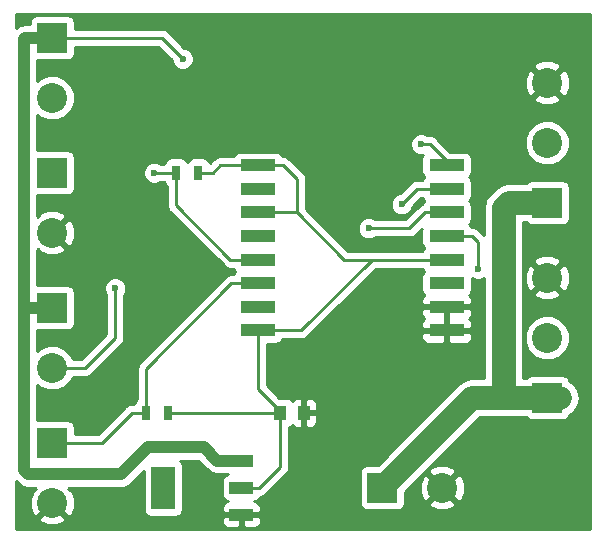
<source format=gbr>
G04 #@! TF.GenerationSoftware,KiCad,Pcbnew,5.0.0-fee4fd1~66~ubuntu16.04.1*
G04 #@! TF.CreationDate,2018-09-27T13:50:44+02:00*
G04 #@! TF.ProjectId,LedDimmer_ESP8266,4C656444696D6D65725F455350383236,rev?*
G04 #@! TF.SameCoordinates,Original*
G04 #@! TF.FileFunction,Copper,L1,Top,Signal*
G04 #@! TF.FilePolarity,Positive*
%FSLAX46Y46*%
G04 Gerber Fmt 4.6, Leading zero omitted, Abs format (unit mm)*
G04 Created by KiCad (PCBNEW 5.0.0-fee4fd1~66~ubuntu16.04.1) date Thu Sep 27 13:50:44 2018*
%MOMM*%
%LPD*%
G01*
G04 APERTURE LIST*
G04 #@! TA.AperFunction,ComponentPad*
%ADD10R,2.540000X2.540000*%
G04 #@! TD*
G04 #@! TA.AperFunction,ComponentPad*
%ADD11C,2.540000*%
G04 #@! TD*
G04 #@! TA.AperFunction,SMDPad,CuDef*
%ADD12R,1.000000X1.250000*%
G04 #@! TD*
G04 #@! TA.AperFunction,SMDPad,CuDef*
%ADD13R,0.700000X1.300000*%
G04 #@! TD*
G04 #@! TA.AperFunction,SMDPad,CuDef*
%ADD14R,2.032000X3.657600*%
G04 #@! TD*
G04 #@! TA.AperFunction,SMDPad,CuDef*
%ADD15R,2.032000X1.016000*%
G04 #@! TD*
G04 #@! TA.AperFunction,SMDPad,CuDef*
%ADD16R,3.000000X1.000000*%
G04 #@! TD*
G04 #@! TA.AperFunction,ViaPad*
%ADD17C,0.600000*%
G04 #@! TD*
G04 #@! TA.AperFunction,Conductor*
%ADD18C,0.250000*%
G04 #@! TD*
G04 #@! TA.AperFunction,Conductor*
%ADD19C,2.000000*%
G04 #@! TD*
G04 #@! TA.AperFunction,Conductor*
%ADD20C,1.000000*%
G04 #@! TD*
G04 #@! TA.AperFunction,Conductor*
%ADD21C,0.254000*%
G04 #@! TD*
G04 APERTURE END LIST*
D10*
G04 #@! TO.P,5VIN1,1*
G04 #@! TO.N,VCC*
X172720000Y-116840000D03*
D11*
G04 #@! TO.P,5VIN1,2*
G04 #@! TO.N,GND*
X177800000Y-116840000D03*
G04 #@! TD*
D10*
G04 #@! TO.P,BT1,1*
G04 #@! TO.N,/BTN1*
X144780000Y-113030000D03*
D11*
G04 #@! TO.P,BT1,2*
G04 #@! TO.N,GND*
X144780000Y-118110000D03*
G04 #@! TD*
D10*
G04 #@! TO.P,BT2,1*
G04 #@! TO.N,/BTN2*
X144780000Y-90170000D03*
D11*
G04 #@! TO.P,BT2,2*
G04 #@! TO.N,GND*
X144780000Y-95250000D03*
G04 #@! TD*
D12*
G04 #@! TO.P,C1,1*
G04 #@! TO.N,/3V3*
X164100000Y-110490000D03*
G04 #@! TO.P,C1,2*
G04 #@! TO.N,GND*
X166100000Y-110490000D03*
G04 #@! TD*
D10*
G04 #@! TO.P,LED_BT1,1*
G04 #@! TO.N,VCC*
X144780000Y-101600000D03*
D11*
G04 #@! TO.P,LED_BT1,2*
G04 #@! TO.N,/LED1*
X144780000Y-106680000D03*
G04 #@! TD*
D10*
G04 #@! TO.P,LED_BT2,1*
G04 #@! TO.N,VCC*
X144780000Y-78740000D03*
D11*
G04 #@! TO.P,LED_BT2,2*
G04 #@! TO.N,/LED2*
X144780000Y-83820000D03*
G04 #@! TD*
D10*
G04 #@! TO.P,LED_STRIP_1,1*
G04 #@! TO.N,VCC*
X186690000Y-92710000D03*
D11*
G04 #@! TO.P,LED_STRIP_1,2*
G04 #@! TO.N,/OUT1*
X186690000Y-87630000D03*
G04 #@! TO.P,LED_STRIP_1,3*
G04 #@! TO.N,GND*
X186690000Y-82550000D03*
G04 #@! TD*
D10*
G04 #@! TO.P,LED_STRIP_2,1*
G04 #@! TO.N,VCC*
X186690000Y-109220000D03*
D11*
G04 #@! TO.P,LED_STRIP_2,2*
G04 #@! TO.N,/OUT2*
X186690000Y-104140000D03*
G04 #@! TO.P,LED_STRIP_2,3*
G04 #@! TO.N,GND*
X186690000Y-99060000D03*
G04 #@! TD*
D13*
G04 #@! TO.P,R1,1*
G04 #@! TO.N,/3V3*
X154620000Y-110490000D03*
G04 #@! TO.P,R1,2*
G04 #@! TO.N,/BTN1*
X152720000Y-110490000D03*
G04 #@! TD*
G04 #@! TO.P,R2,1*
G04 #@! TO.N,/3V3*
X157160000Y-90170000D03*
G04 #@! TO.P,R2,2*
G04 #@! TO.N,/BTN2*
X155260000Y-90170000D03*
G04 #@! TD*
D14*
G04 #@! TO.P,U1,4*
G04 #@! TO.N,N/C*
X154178000Y-116840000D03*
D15*
G04 #@! TO.P,U1,2*
G04 #@! TO.N,/3V3*
X160782000Y-116840000D03*
G04 #@! TO.P,U1,3*
G04 #@! TO.N,VCC*
X160782000Y-114554000D03*
G04 #@! TO.P,U1,1*
G04 #@! TO.N,GND*
X160782000Y-119126000D03*
G04 #@! TD*
D16*
G04 #@! TO.P,U2,1*
G04 #@! TO.N,/3V3*
X162180000Y-89520000D03*
G04 #@! TO.P,U2,2*
G04 #@! TO.N,Net-(U2-Pad2)*
X162180000Y-91520000D03*
G04 #@! TO.P,U2,3*
G04 #@! TO.N,/3V3*
X162180000Y-93520000D03*
G04 #@! TO.P,U2,4*
G04 #@! TO.N,Net-(U2-Pad4)*
X162180000Y-95520000D03*
G04 #@! TO.P,U2,5*
G04 #@! TO.N,/BTN2*
X162180000Y-97520000D03*
G04 #@! TO.P,U2,6*
G04 #@! TO.N,/BTN1*
X162180000Y-99520000D03*
G04 #@! TO.P,U2,7*
G04 #@! TO.N,Net-(U2-Pad7)*
X162180000Y-101520000D03*
G04 #@! TO.P,U2,8*
G04 #@! TO.N,/3V3*
X162180000Y-103520000D03*
G04 #@! TO.P,U2,9*
G04 #@! TO.N,GND*
X178180000Y-103520000D03*
G04 #@! TO.P,U2,10*
X178180000Y-101520000D03*
G04 #@! TO.P,U2,11*
G04 #@! TO.N,Net-(U2-Pad11)*
X178180000Y-99520000D03*
G04 #@! TO.P,U2,12*
G04 #@! TO.N,/3V3*
X178180000Y-97520000D03*
G04 #@! TO.P,U2,13*
G04 #@! TO.N,/O2*
X178180000Y-95520000D03*
G04 #@! TO.P,U2,14*
G04 #@! TO.N,/O1*
X178180000Y-93520000D03*
G04 #@! TO.P,U2,15*
G04 #@! TO.N,/L2*
X178180000Y-91520000D03*
G04 #@! TO.P,U2,16*
G04 #@! TO.N,/L1*
X178180000Y-89520000D03*
G04 #@! TD*
D17*
G04 #@! TO.N,/BTN2*
X153416000Y-90170000D03*
G04 #@! TO.N,/L1*
X176022000Y-87757000D03*
G04 #@! TO.N,/L2*
X174371000Y-92837000D03*
G04 #@! TO.N,/LED1*
X150114000Y-99949000D03*
G04 #@! TO.N,/O2*
X180848000Y-98298000D03*
G04 #@! TO.N,/O1*
X171577000Y-94869000D03*
G04 #@! TO.N,VCC*
X155829000Y-80518000D03*
G04 #@! TD*
D18*
G04 #@! TO.N,/BTN1*
X152720000Y-110490000D02*
X152720000Y-106741000D01*
X159941000Y-99520000D02*
X162180000Y-99520000D01*
X152720000Y-106741000D02*
X159941000Y-99520000D01*
X144780000Y-113030000D02*
X148971000Y-113030000D01*
X151511000Y-110490000D02*
X152720000Y-110490000D01*
X148971000Y-113030000D02*
X151511000Y-110490000D01*
G04 #@! TO.N,/BTN2*
X155260000Y-90170000D02*
X155260000Y-92903000D01*
X159877000Y-97520000D02*
X162180000Y-97520000D01*
X155260000Y-92903000D02*
X159877000Y-97520000D01*
X153416000Y-90170000D02*
X155260000Y-90170000D01*
G04 #@! TO.N,/3V3*
X154620000Y-110490000D02*
X164100000Y-110490000D01*
X157160000Y-90170000D02*
X158369000Y-90170000D01*
X159019000Y-89520000D02*
X162180000Y-89520000D01*
X158369000Y-90170000D02*
X159019000Y-89520000D01*
X162180000Y-89520000D02*
X164323000Y-89520000D01*
X165529000Y-90726000D02*
X165529000Y-93520000D01*
X164323000Y-89520000D02*
X165529000Y-90726000D01*
X162180000Y-93520000D02*
X165529000Y-93520000D01*
X169529000Y-97520000D02*
X171847000Y-97520000D01*
X165529000Y-93520000D02*
X169529000Y-97520000D01*
X162180000Y-103520000D02*
X165847000Y-103520000D01*
X171847000Y-97520000D02*
X178180000Y-97520000D01*
X165847000Y-103520000D02*
X171847000Y-97520000D01*
X160782000Y-116840000D02*
X162306000Y-116840000D01*
X164100000Y-115046000D02*
X164100000Y-110490000D01*
X162306000Y-116840000D02*
X164100000Y-115046000D01*
X164100000Y-110490000D02*
X164100000Y-110379000D01*
X164100000Y-110379000D02*
X162180000Y-108459000D01*
X162180000Y-108459000D02*
X162180000Y-103520000D01*
G04 #@! TO.N,/L1*
X178180000Y-89520000D02*
X178180000Y-89153000D01*
X178180000Y-89153000D02*
X176784000Y-87757000D01*
X176784000Y-87757000D02*
X176022000Y-87757000D01*
X178450000Y-89790000D02*
X178180000Y-89520000D01*
G04 #@! TO.N,/L2*
X178180000Y-91520000D02*
X175688000Y-91520000D01*
X175688000Y-91520000D02*
X174371000Y-92837000D01*
G04 #@! TO.N,/LED1*
X147574000Y-106680000D02*
X144780000Y-106680000D01*
X150114000Y-104140000D02*
X147574000Y-106680000D01*
X150114000Y-99949000D02*
X150114000Y-104140000D01*
X146050000Y-106680000D02*
X144780000Y-106680000D01*
G04 #@! TO.N,/O2*
X178180000Y-95520000D02*
X180356000Y-95520000D01*
X180848000Y-96012000D02*
X180848000Y-98298000D01*
X180356000Y-95520000D02*
X180848000Y-96012000D01*
G04 #@! TO.N,/O1*
X178180000Y-93520000D02*
X176355000Y-93520000D01*
X175006000Y-94869000D02*
X171577000Y-94869000D01*
X176355000Y-93520000D02*
X175006000Y-94869000D01*
G04 #@! TO.N,VCC*
X154051000Y-78740000D02*
X144780000Y-78740000D01*
X155829000Y-80518000D02*
X154051000Y-78740000D01*
X144780000Y-78740000D02*
X143002000Y-78740000D01*
X141986000Y-114935000D02*
X142748000Y-115697000D01*
X141986000Y-79756000D02*
X141986000Y-101727000D01*
X141986000Y-101727000D02*
X141986000Y-114935000D01*
X143002000Y-78740000D02*
X141986000Y-79756000D01*
D19*
X172720000Y-116840000D02*
X180340000Y-109220000D01*
X186690000Y-109220000D02*
X187780000Y-109220000D01*
X183420000Y-92710000D02*
X186690000Y-92710000D01*
X183000000Y-93130000D02*
X183420000Y-92710000D01*
X183000000Y-109220000D02*
X183000000Y-93130000D01*
X183000000Y-109220000D02*
X186690000Y-109220000D01*
X180340000Y-109220000D02*
X183000000Y-109220000D01*
D20*
X142510000Y-101600000D02*
X142383000Y-101727000D01*
X144780000Y-101600000D02*
X142510000Y-101600000D01*
X142383000Y-115332000D02*
X142748000Y-115697000D01*
X142383000Y-101727000D02*
X142383000Y-115332000D01*
X150622000Y-115697000D02*
X152908000Y-113411000D01*
X142748000Y-115697000D02*
X150622000Y-115697000D01*
X158766000Y-114554000D02*
X160782000Y-114554000D01*
X157623000Y-113411000D02*
X158766000Y-114554000D01*
X152908000Y-113411000D02*
X157623000Y-113411000D01*
X142510000Y-78740000D02*
X144780000Y-78740000D01*
X142383000Y-78867000D02*
X142510000Y-78740000D01*
X142383000Y-101727000D02*
X142383000Y-78867000D01*
G04 #@! TD*
D21*
G04 #@! TO.N,GND*
G36*
X190290001Y-120290000D02*
X141710000Y-120290000D01*
X141710000Y-119457777D01*
X143611828Y-119457777D01*
X143743520Y-119752657D01*
X144451036Y-120024261D01*
X145208632Y-120004436D01*
X145816480Y-119752657D01*
X145948172Y-119457777D01*
X145902145Y-119411750D01*
X159131000Y-119411750D01*
X159131000Y-119760309D01*
X159227673Y-119993698D01*
X159406301Y-120172327D01*
X159639690Y-120269000D01*
X160496250Y-120269000D01*
X160655000Y-120110250D01*
X160655000Y-119253000D01*
X160909000Y-119253000D01*
X160909000Y-120110250D01*
X161067750Y-120269000D01*
X161924310Y-120269000D01*
X162157699Y-120172327D01*
X162336327Y-119993698D01*
X162433000Y-119760309D01*
X162433000Y-119411750D01*
X162274250Y-119253000D01*
X160909000Y-119253000D01*
X160655000Y-119253000D01*
X159289750Y-119253000D01*
X159131000Y-119411750D01*
X145902145Y-119411750D01*
X144780000Y-118289605D01*
X143611828Y-119457777D01*
X141710000Y-119457777D01*
X141710000Y-116264131D01*
X141866387Y-116420518D01*
X141929711Y-116515289D01*
X142305145Y-116766146D01*
X142636217Y-116832000D01*
X142748000Y-116854235D01*
X142859783Y-116832000D01*
X143322392Y-116832000D01*
X143432221Y-116941829D01*
X143137343Y-117073520D01*
X142865739Y-117781036D01*
X142885564Y-118538632D01*
X143137343Y-119146480D01*
X143432223Y-119278172D01*
X144600395Y-118110000D01*
X144586253Y-118095858D01*
X144765858Y-117916253D01*
X144780000Y-117930395D01*
X144794143Y-117916253D01*
X144973748Y-118095858D01*
X144959605Y-118110000D01*
X146127777Y-119278172D01*
X146422657Y-119146480D01*
X146694261Y-118438964D01*
X146674436Y-117681368D01*
X146422657Y-117073520D01*
X146127779Y-116941829D01*
X146237608Y-116832000D01*
X150510217Y-116832000D01*
X150622000Y-116854235D01*
X150733783Y-116832000D01*
X151064855Y-116766146D01*
X151440289Y-116515289D01*
X151503613Y-116420518D01*
X152514560Y-115409571D01*
X152514560Y-118668800D01*
X152563843Y-118916565D01*
X152704191Y-119126609D01*
X152914235Y-119266957D01*
X153162000Y-119316240D01*
X155194000Y-119316240D01*
X155441765Y-119266957D01*
X155651809Y-119126609D01*
X155792157Y-118916565D01*
X155841440Y-118668800D01*
X155841440Y-115011200D01*
X155792157Y-114763435D01*
X155651809Y-114553391D01*
X155640748Y-114546000D01*
X157152869Y-114546000D01*
X157884389Y-115277521D01*
X157947711Y-115372289D01*
X158279419Y-115593929D01*
X158323145Y-115623146D01*
X158765999Y-115711235D01*
X158877782Y-115689000D01*
X159663240Y-115689000D01*
X159703459Y-115697000D01*
X159518235Y-115733843D01*
X159308191Y-115874191D01*
X159167843Y-116084235D01*
X159118560Y-116332000D01*
X159118560Y-117348000D01*
X159167843Y-117595765D01*
X159308191Y-117805809D01*
X159518235Y-117946157D01*
X159703459Y-117983000D01*
X159639690Y-117983000D01*
X159406301Y-118079673D01*
X159227673Y-118258302D01*
X159131000Y-118491691D01*
X159131000Y-118840250D01*
X159289750Y-118999000D01*
X160655000Y-118999000D01*
X160655000Y-118979000D01*
X160909000Y-118979000D01*
X160909000Y-118999000D01*
X162274250Y-118999000D01*
X162433000Y-118840250D01*
X162433000Y-118491691D01*
X162336327Y-118258302D01*
X162157699Y-118079673D01*
X161924310Y-117983000D01*
X161860541Y-117983000D01*
X162045765Y-117946157D01*
X162255809Y-117805809D01*
X162395239Y-117597138D01*
X162602537Y-117555904D01*
X162853929Y-117387929D01*
X162896331Y-117324470D01*
X164584473Y-115636329D01*
X164647929Y-115593929D01*
X164815904Y-115342537D01*
X164860000Y-115120852D01*
X164860000Y-115120848D01*
X164874888Y-115046001D01*
X164860000Y-114971154D01*
X164860000Y-111704982D01*
X165057809Y-111572809D01*
X165098654Y-111511680D01*
X165240302Y-111653327D01*
X165473691Y-111750000D01*
X165814250Y-111750000D01*
X165973000Y-111591250D01*
X165973000Y-110617000D01*
X166227000Y-110617000D01*
X166227000Y-111591250D01*
X166385750Y-111750000D01*
X166726309Y-111750000D01*
X166959698Y-111653327D01*
X167138327Y-111474699D01*
X167235000Y-111241310D01*
X167235000Y-110775750D01*
X167076250Y-110617000D01*
X166227000Y-110617000D01*
X165973000Y-110617000D01*
X165953000Y-110617000D01*
X165953000Y-110363000D01*
X165973000Y-110363000D01*
X165973000Y-109388750D01*
X166227000Y-109388750D01*
X166227000Y-110363000D01*
X167076250Y-110363000D01*
X167235000Y-110204250D01*
X167235000Y-109738690D01*
X167138327Y-109505301D01*
X166959698Y-109326673D01*
X166726309Y-109230000D01*
X166385750Y-109230000D01*
X166227000Y-109388750D01*
X165973000Y-109388750D01*
X165814250Y-109230000D01*
X165473691Y-109230000D01*
X165240302Y-109326673D01*
X165098654Y-109468320D01*
X165057809Y-109407191D01*
X164847765Y-109266843D01*
X164600000Y-109217560D01*
X164013362Y-109217560D01*
X162940000Y-108144199D01*
X162940000Y-104667440D01*
X163680000Y-104667440D01*
X163927765Y-104618157D01*
X164137809Y-104477809D01*
X164269982Y-104280000D01*
X165772153Y-104280000D01*
X165847000Y-104294888D01*
X165921847Y-104280000D01*
X165921852Y-104280000D01*
X166143537Y-104235904D01*
X166394929Y-104067929D01*
X166437331Y-104004470D01*
X166636051Y-103805750D01*
X176045000Y-103805750D01*
X176045000Y-104146310D01*
X176141673Y-104379699D01*
X176320302Y-104558327D01*
X176553691Y-104655000D01*
X177894250Y-104655000D01*
X178053000Y-104496250D01*
X178053000Y-103647000D01*
X178307000Y-103647000D01*
X178307000Y-104496250D01*
X178465750Y-104655000D01*
X179806309Y-104655000D01*
X180039698Y-104558327D01*
X180218327Y-104379699D01*
X180315000Y-104146310D01*
X180315000Y-103805750D01*
X180156250Y-103647000D01*
X178307000Y-103647000D01*
X178053000Y-103647000D01*
X176203750Y-103647000D01*
X176045000Y-103805750D01*
X166636051Y-103805750D01*
X168636051Y-101805750D01*
X176045000Y-101805750D01*
X176045000Y-102146310D01*
X176141673Y-102379699D01*
X176281975Y-102520000D01*
X176141673Y-102660301D01*
X176045000Y-102893690D01*
X176045000Y-103234250D01*
X176203750Y-103393000D01*
X178053000Y-103393000D01*
X178053000Y-102543750D01*
X178029250Y-102520000D01*
X178053000Y-102496250D01*
X178053000Y-101647000D01*
X178307000Y-101647000D01*
X178307000Y-102496250D01*
X178330750Y-102520000D01*
X178307000Y-102543750D01*
X178307000Y-103393000D01*
X180156250Y-103393000D01*
X180315000Y-103234250D01*
X180315000Y-102893690D01*
X180218327Y-102660301D01*
X180078025Y-102520000D01*
X180218327Y-102379699D01*
X180315000Y-102146310D01*
X180315000Y-101805750D01*
X180156250Y-101647000D01*
X178307000Y-101647000D01*
X178053000Y-101647000D01*
X176203750Y-101647000D01*
X176045000Y-101805750D01*
X168636051Y-101805750D01*
X172161803Y-98280000D01*
X176090018Y-98280000D01*
X176222191Y-98477809D01*
X176285334Y-98520000D01*
X176222191Y-98562191D01*
X176081843Y-98772235D01*
X176032560Y-99020000D01*
X176032560Y-100020000D01*
X176081843Y-100267765D01*
X176222191Y-100477809D01*
X176283320Y-100518655D01*
X176141673Y-100660301D01*
X176045000Y-100893690D01*
X176045000Y-101234250D01*
X176203750Y-101393000D01*
X178053000Y-101393000D01*
X178053000Y-101373000D01*
X178307000Y-101373000D01*
X178307000Y-101393000D01*
X180156250Y-101393000D01*
X180315000Y-101234250D01*
X180315000Y-100893690D01*
X180218327Y-100660301D01*
X180076680Y-100518655D01*
X180137809Y-100477809D01*
X180278157Y-100267765D01*
X180327440Y-100020000D01*
X180327440Y-99094414D01*
X180662017Y-99233000D01*
X181033983Y-99233000D01*
X181365001Y-99095888D01*
X181365000Y-107585000D01*
X180501025Y-107585000D01*
X180339999Y-107552970D01*
X180178973Y-107585000D01*
X180178969Y-107585000D01*
X179702055Y-107679864D01*
X179161231Y-108041231D01*
X179070014Y-108177747D01*
X172325202Y-114922560D01*
X171450000Y-114922560D01*
X171202235Y-114971843D01*
X170992191Y-115112191D01*
X170851843Y-115322235D01*
X170802560Y-115570000D01*
X170802560Y-118110000D01*
X170851843Y-118357765D01*
X170992191Y-118567809D01*
X171202235Y-118708157D01*
X171450000Y-118757440D01*
X173990000Y-118757440D01*
X174237765Y-118708157D01*
X174447809Y-118567809D01*
X174588157Y-118357765D01*
X174621969Y-118187777D01*
X176631828Y-118187777D01*
X176763520Y-118482657D01*
X177471036Y-118754261D01*
X178228632Y-118734436D01*
X178836480Y-118482657D01*
X178968172Y-118187777D01*
X177800000Y-117019605D01*
X176631828Y-118187777D01*
X174621969Y-118187777D01*
X174637440Y-118110000D01*
X174637440Y-117234798D01*
X175361202Y-116511036D01*
X175885739Y-116511036D01*
X175905564Y-117268632D01*
X176157343Y-117876480D01*
X176452223Y-118008172D01*
X177620395Y-116840000D01*
X177979605Y-116840000D01*
X179147777Y-118008172D01*
X179442657Y-117876480D01*
X179714261Y-117168964D01*
X179694436Y-116411368D01*
X179442657Y-115803520D01*
X179147777Y-115671828D01*
X177979605Y-116840000D01*
X177620395Y-116840000D01*
X176452223Y-115671828D01*
X176157343Y-115803520D01*
X175885739Y-116511036D01*
X175361202Y-116511036D01*
X176380015Y-115492223D01*
X176631828Y-115492223D01*
X177800000Y-116660395D01*
X178968172Y-115492223D01*
X178836480Y-115197343D01*
X178128964Y-114925739D01*
X177371368Y-114945564D01*
X176763520Y-115197343D01*
X176631828Y-115492223D01*
X176380015Y-115492223D01*
X181017239Y-110855000D01*
X182838969Y-110855000D01*
X183000000Y-110887031D01*
X183161031Y-110855000D01*
X184900178Y-110855000D01*
X184962191Y-110947809D01*
X185172235Y-111088157D01*
X185420000Y-111137440D01*
X187960000Y-111137440D01*
X188207765Y-111088157D01*
X188417809Y-110947809D01*
X188558157Y-110737765D01*
X188574517Y-110655518D01*
X188958769Y-110398769D01*
X189320136Y-109857945D01*
X189447031Y-109220000D01*
X189320136Y-108582055D01*
X188958769Y-108041231D01*
X188574517Y-107784482D01*
X188558157Y-107702235D01*
X188417809Y-107492191D01*
X188207765Y-107351843D01*
X187960000Y-107302560D01*
X185420000Y-107302560D01*
X185172235Y-107351843D01*
X184962191Y-107492191D01*
X184900178Y-107585000D01*
X184635000Y-107585000D01*
X184635000Y-103761072D01*
X184785000Y-103761072D01*
X184785000Y-104518928D01*
X185075019Y-105219096D01*
X185610904Y-105754981D01*
X186311072Y-106045000D01*
X187068928Y-106045000D01*
X187769096Y-105754981D01*
X188304981Y-105219096D01*
X188595000Y-104518928D01*
X188595000Y-103761072D01*
X188304981Y-103060904D01*
X187769096Y-102525019D01*
X187068928Y-102235000D01*
X186311072Y-102235000D01*
X185610904Y-102525019D01*
X185075019Y-103060904D01*
X184785000Y-103761072D01*
X184635000Y-103761072D01*
X184635000Y-100407777D01*
X185521828Y-100407777D01*
X185653520Y-100702657D01*
X186361036Y-100974261D01*
X187118632Y-100954436D01*
X187726480Y-100702657D01*
X187858172Y-100407777D01*
X186690000Y-99239605D01*
X185521828Y-100407777D01*
X184635000Y-100407777D01*
X184635000Y-98731036D01*
X184775739Y-98731036D01*
X184795564Y-99488632D01*
X185047343Y-100096480D01*
X185342223Y-100228172D01*
X186510395Y-99060000D01*
X186869605Y-99060000D01*
X188037777Y-100228172D01*
X188332657Y-100096480D01*
X188604261Y-99388964D01*
X188584436Y-98631368D01*
X188332657Y-98023520D01*
X188037777Y-97891828D01*
X186869605Y-99060000D01*
X186510395Y-99060000D01*
X185342223Y-97891828D01*
X185047343Y-98023520D01*
X184775739Y-98731036D01*
X184635000Y-98731036D01*
X184635000Y-97712223D01*
X185521828Y-97712223D01*
X186690000Y-98880395D01*
X187858172Y-97712223D01*
X187726480Y-97417343D01*
X187018964Y-97145739D01*
X186261368Y-97165564D01*
X185653520Y-97417343D01*
X185521828Y-97712223D01*
X184635000Y-97712223D01*
X184635000Y-94345000D01*
X184900178Y-94345000D01*
X184962191Y-94437809D01*
X185172235Y-94578157D01*
X185420000Y-94627440D01*
X187960000Y-94627440D01*
X188207765Y-94578157D01*
X188417809Y-94437809D01*
X188558157Y-94227765D01*
X188607440Y-93980000D01*
X188607440Y-91440000D01*
X188558157Y-91192235D01*
X188417809Y-90982191D01*
X188207765Y-90841843D01*
X187960000Y-90792560D01*
X185420000Y-90792560D01*
X185172235Y-90841843D01*
X184962191Y-90982191D01*
X184900178Y-91075000D01*
X183581031Y-91075000D01*
X183420000Y-91042969D01*
X183258969Y-91075000D01*
X182782055Y-91169864D01*
X182241231Y-91531231D01*
X182150012Y-91667750D01*
X181957748Y-91860014D01*
X181821232Y-91951231D01*
X181730015Y-92087747D01*
X181459865Y-92492055D01*
X181332969Y-93130000D01*
X181365001Y-93291035D01*
X181365001Y-95443406D01*
X181332473Y-95421671D01*
X180946331Y-95035529D01*
X180903929Y-94972071D01*
X180652537Y-94804096D01*
X180430852Y-94760000D01*
X180430847Y-94760000D01*
X180356000Y-94745112D01*
X180281153Y-94760000D01*
X180269982Y-94760000D01*
X180137809Y-94562191D01*
X180074666Y-94520000D01*
X180137809Y-94477809D01*
X180278157Y-94267765D01*
X180327440Y-94020000D01*
X180327440Y-93020000D01*
X180278157Y-92772235D01*
X180137809Y-92562191D01*
X180074666Y-92520000D01*
X180137809Y-92477809D01*
X180278157Y-92267765D01*
X180327440Y-92020000D01*
X180327440Y-91020000D01*
X180278157Y-90772235D01*
X180137809Y-90562191D01*
X180074666Y-90520000D01*
X180137809Y-90477809D01*
X180278157Y-90267765D01*
X180327440Y-90020000D01*
X180327440Y-89020000D01*
X180278157Y-88772235D01*
X180137809Y-88562191D01*
X179927765Y-88421843D01*
X179680000Y-88372560D01*
X178474362Y-88372560D01*
X177374331Y-87272530D01*
X177359994Y-87251072D01*
X184785000Y-87251072D01*
X184785000Y-88008928D01*
X185075019Y-88709096D01*
X185610904Y-89244981D01*
X186311072Y-89535000D01*
X187068928Y-89535000D01*
X187769096Y-89244981D01*
X188304981Y-88709096D01*
X188595000Y-88008928D01*
X188595000Y-87251072D01*
X188304981Y-86550904D01*
X187769096Y-86015019D01*
X187068928Y-85725000D01*
X186311072Y-85725000D01*
X185610904Y-86015019D01*
X185075019Y-86550904D01*
X184785000Y-87251072D01*
X177359994Y-87251072D01*
X177331929Y-87209071D01*
X177080537Y-87041096D01*
X176858852Y-86997000D01*
X176858847Y-86997000D01*
X176784000Y-86982112D01*
X176709153Y-86997000D01*
X176584290Y-86997000D01*
X176551635Y-86964345D01*
X176207983Y-86822000D01*
X175836017Y-86822000D01*
X175492365Y-86964345D01*
X175229345Y-87227365D01*
X175087000Y-87571017D01*
X175087000Y-87942983D01*
X175229345Y-88286635D01*
X175492365Y-88549655D01*
X175836017Y-88692000D01*
X176135455Y-88692000D01*
X176081843Y-88772235D01*
X176032560Y-89020000D01*
X176032560Y-90020000D01*
X176081843Y-90267765D01*
X176222191Y-90477809D01*
X176285334Y-90520000D01*
X176222191Y-90562191D01*
X176090018Y-90760000D01*
X175762846Y-90760000D01*
X175687999Y-90745112D01*
X175613152Y-90760000D01*
X175613148Y-90760000D01*
X175391463Y-90804096D01*
X175140071Y-90972071D01*
X175097671Y-91035527D01*
X174231199Y-91902000D01*
X174185017Y-91902000D01*
X173841365Y-92044345D01*
X173578345Y-92307365D01*
X173436000Y-92651017D01*
X173436000Y-93022983D01*
X173578345Y-93366635D01*
X173841365Y-93629655D01*
X174185017Y-93772000D01*
X174556983Y-93772000D01*
X174900635Y-93629655D01*
X175163655Y-93366635D01*
X175306000Y-93022983D01*
X175306000Y-92976801D01*
X176002802Y-92280000D01*
X176090018Y-92280000D01*
X176222191Y-92477809D01*
X176285334Y-92520000D01*
X176222191Y-92562191D01*
X176081843Y-92772235D01*
X176076208Y-92800566D01*
X176058463Y-92804096D01*
X175807071Y-92972071D01*
X175764671Y-93035527D01*
X174691199Y-94109000D01*
X172139290Y-94109000D01*
X172106635Y-94076345D01*
X171762983Y-93934000D01*
X171391017Y-93934000D01*
X171047365Y-94076345D01*
X170784345Y-94339365D01*
X170642000Y-94683017D01*
X170642000Y-95054983D01*
X170784345Y-95398635D01*
X171047365Y-95661655D01*
X171391017Y-95804000D01*
X171762983Y-95804000D01*
X172106635Y-95661655D01*
X172139290Y-95629000D01*
X174931153Y-95629000D01*
X175006000Y-95643888D01*
X175080847Y-95629000D01*
X175080852Y-95629000D01*
X175302537Y-95584904D01*
X175553929Y-95416929D01*
X175596331Y-95353470D01*
X176058075Y-94891726D01*
X176032560Y-95020000D01*
X176032560Y-96020000D01*
X176081843Y-96267765D01*
X176222191Y-96477809D01*
X176285334Y-96520000D01*
X176222191Y-96562191D01*
X176090018Y-96760000D01*
X171921846Y-96760000D01*
X171846999Y-96745112D01*
X171772152Y-96760000D01*
X169843802Y-96760000D01*
X166289000Y-93205199D01*
X166289000Y-90800848D01*
X166303888Y-90726000D01*
X166289000Y-90651152D01*
X166289000Y-90651148D01*
X166244904Y-90429463D01*
X166076929Y-90178071D01*
X166013473Y-90135671D01*
X164913331Y-89035530D01*
X164870929Y-88972071D01*
X164619537Y-88804096D01*
X164397852Y-88760000D01*
X164397847Y-88760000D01*
X164323000Y-88745112D01*
X164267421Y-88756167D01*
X164137809Y-88562191D01*
X163927765Y-88421843D01*
X163680000Y-88372560D01*
X160680000Y-88372560D01*
X160432235Y-88421843D01*
X160222191Y-88562191D01*
X160090018Y-88760000D01*
X159093848Y-88760000D01*
X159019000Y-88745112D01*
X158944152Y-88760000D01*
X158944148Y-88760000D01*
X158770605Y-88794520D01*
X158722462Y-88804096D01*
X158546242Y-88921843D01*
X158471071Y-88972071D01*
X158428671Y-89035527D01*
X158122061Y-89342137D01*
X158108157Y-89272235D01*
X157967809Y-89062191D01*
X157757765Y-88921843D01*
X157510000Y-88872560D01*
X156810000Y-88872560D01*
X156562235Y-88921843D01*
X156352191Y-89062191D01*
X156211843Y-89272235D01*
X156210000Y-89281500D01*
X156208157Y-89272235D01*
X156067809Y-89062191D01*
X155857765Y-88921843D01*
X155610000Y-88872560D01*
X154910000Y-88872560D01*
X154662235Y-88921843D01*
X154452191Y-89062191D01*
X154311843Y-89272235D01*
X154284440Y-89410000D01*
X153978290Y-89410000D01*
X153945635Y-89377345D01*
X153601983Y-89235000D01*
X153230017Y-89235000D01*
X152886365Y-89377345D01*
X152623345Y-89640365D01*
X152481000Y-89984017D01*
X152481000Y-90355983D01*
X152623345Y-90699635D01*
X152886365Y-90962655D01*
X153230017Y-91105000D01*
X153601983Y-91105000D01*
X153945635Y-90962655D01*
X153978290Y-90930000D01*
X154284440Y-90930000D01*
X154311843Y-91067765D01*
X154452191Y-91277809D01*
X154500000Y-91309754D01*
X154500001Y-92828148D01*
X154485112Y-92903000D01*
X154500001Y-92977852D01*
X154544097Y-93199537D01*
X154712072Y-93450929D01*
X154775528Y-93493329D01*
X159286671Y-98004473D01*
X159329071Y-98067929D01*
X159580463Y-98235904D01*
X159802148Y-98280000D01*
X159802152Y-98280000D01*
X159876999Y-98294888D01*
X159951846Y-98280000D01*
X160090018Y-98280000D01*
X160222191Y-98477809D01*
X160285334Y-98520000D01*
X160222191Y-98562191D01*
X160090018Y-98760000D01*
X160015846Y-98760000D01*
X159940999Y-98745112D01*
X159866152Y-98760000D01*
X159866148Y-98760000D01*
X159644463Y-98804096D01*
X159393071Y-98972071D01*
X159350671Y-99035527D01*
X152235528Y-106150671D01*
X152172072Y-106193071D01*
X152129672Y-106256527D01*
X152129671Y-106256528D01*
X152004097Y-106444463D01*
X151945112Y-106741000D01*
X151960001Y-106815852D01*
X151960000Y-109350246D01*
X151912191Y-109382191D01*
X151771843Y-109592235D01*
X151744440Y-109730000D01*
X151585846Y-109730000D01*
X151510999Y-109715112D01*
X151436152Y-109730000D01*
X151436148Y-109730000D01*
X151214463Y-109774096D01*
X151214461Y-109774097D01*
X151214462Y-109774097D01*
X151026526Y-109899671D01*
X151026524Y-109899673D01*
X150963071Y-109942071D01*
X150920673Y-110005524D01*
X148656199Y-112270000D01*
X146697440Y-112270000D01*
X146697440Y-111760000D01*
X146648157Y-111512235D01*
X146507809Y-111302191D01*
X146297765Y-111161843D01*
X146050000Y-111112560D01*
X143518000Y-111112560D01*
X143518000Y-108112077D01*
X143700904Y-108294981D01*
X144401072Y-108585000D01*
X145158928Y-108585000D01*
X145859096Y-108294981D01*
X146394981Y-107759096D01*
X146527155Y-107440000D01*
X147499153Y-107440000D01*
X147574000Y-107454888D01*
X147648847Y-107440000D01*
X147648852Y-107440000D01*
X147870537Y-107395904D01*
X148121929Y-107227929D01*
X148164331Y-107164470D01*
X150598476Y-104730327D01*
X150661929Y-104687929D01*
X150704327Y-104624476D01*
X150704329Y-104624474D01*
X150829903Y-104436538D01*
X150829904Y-104436537D01*
X150874000Y-104214852D01*
X150874000Y-104214848D01*
X150888888Y-104140001D01*
X150874000Y-104065154D01*
X150874000Y-100511290D01*
X150906655Y-100478635D01*
X151049000Y-100134983D01*
X151049000Y-99763017D01*
X150906655Y-99419365D01*
X150643635Y-99156345D01*
X150299983Y-99014000D01*
X149928017Y-99014000D01*
X149584365Y-99156345D01*
X149321345Y-99419365D01*
X149179000Y-99763017D01*
X149179000Y-100134983D01*
X149321345Y-100478635D01*
X149354000Y-100511290D01*
X149354001Y-103825196D01*
X147259199Y-105920000D01*
X146527155Y-105920000D01*
X146394981Y-105600904D01*
X145859096Y-105065019D01*
X145158928Y-104775000D01*
X144401072Y-104775000D01*
X143700904Y-105065019D01*
X143518000Y-105247923D01*
X143518000Y-103517440D01*
X146050000Y-103517440D01*
X146297765Y-103468157D01*
X146507809Y-103327809D01*
X146648157Y-103117765D01*
X146697440Y-102870000D01*
X146697440Y-100330000D01*
X146648157Y-100082235D01*
X146507809Y-99872191D01*
X146297765Y-99731843D01*
X146050000Y-99682560D01*
X143518000Y-99682560D01*
X143518000Y-96691608D01*
X143611829Y-96597779D01*
X143743520Y-96892657D01*
X144451036Y-97164261D01*
X145208632Y-97144436D01*
X145816480Y-96892657D01*
X145948172Y-96597777D01*
X144780000Y-95429605D01*
X144765858Y-95443748D01*
X144586253Y-95264143D01*
X144600395Y-95250000D01*
X144959605Y-95250000D01*
X146127777Y-96418172D01*
X146422657Y-96286480D01*
X146694261Y-95578964D01*
X146674436Y-94821368D01*
X146422657Y-94213520D01*
X146127777Y-94081828D01*
X144959605Y-95250000D01*
X144600395Y-95250000D01*
X144586253Y-95235858D01*
X144765858Y-95056253D01*
X144780000Y-95070395D01*
X145948172Y-93902223D01*
X145816480Y-93607343D01*
X145108964Y-93335739D01*
X144351368Y-93355564D01*
X143743520Y-93607343D01*
X143611829Y-93902221D01*
X143518000Y-93808392D01*
X143518000Y-92087440D01*
X146050000Y-92087440D01*
X146297765Y-92038157D01*
X146507809Y-91897809D01*
X146648157Y-91687765D01*
X146697440Y-91440000D01*
X146697440Y-88900000D01*
X146648157Y-88652235D01*
X146507809Y-88442191D01*
X146297765Y-88301843D01*
X146050000Y-88252560D01*
X143518000Y-88252560D01*
X143518000Y-85252077D01*
X143700904Y-85434981D01*
X144401072Y-85725000D01*
X145158928Y-85725000D01*
X145859096Y-85434981D01*
X146394981Y-84899096D01*
X146685000Y-84198928D01*
X146685000Y-83897777D01*
X185521828Y-83897777D01*
X185653520Y-84192657D01*
X186361036Y-84464261D01*
X187118632Y-84444436D01*
X187726480Y-84192657D01*
X187858172Y-83897777D01*
X186690000Y-82729605D01*
X185521828Y-83897777D01*
X146685000Y-83897777D01*
X146685000Y-83441072D01*
X146394981Y-82740904D01*
X145875113Y-82221036D01*
X184775739Y-82221036D01*
X184795564Y-82978632D01*
X185047343Y-83586480D01*
X185342223Y-83718172D01*
X186510395Y-82550000D01*
X186869605Y-82550000D01*
X188037777Y-83718172D01*
X188332657Y-83586480D01*
X188604261Y-82878964D01*
X188584436Y-82121368D01*
X188332657Y-81513520D01*
X188037777Y-81381828D01*
X186869605Y-82550000D01*
X186510395Y-82550000D01*
X185342223Y-81381828D01*
X185047343Y-81513520D01*
X184775739Y-82221036D01*
X145875113Y-82221036D01*
X145859096Y-82205019D01*
X145158928Y-81915000D01*
X144401072Y-81915000D01*
X143700904Y-82205019D01*
X143518000Y-82387923D01*
X143518000Y-80657440D01*
X146050000Y-80657440D01*
X146297765Y-80608157D01*
X146507809Y-80467809D01*
X146648157Y-80257765D01*
X146697440Y-80010000D01*
X146697440Y-79500000D01*
X153736199Y-79500000D01*
X154894000Y-80657802D01*
X154894000Y-80703983D01*
X155036345Y-81047635D01*
X155299365Y-81310655D01*
X155643017Y-81453000D01*
X156014983Y-81453000D01*
X156358635Y-81310655D01*
X156467067Y-81202223D01*
X185521828Y-81202223D01*
X186690000Y-82370395D01*
X187858172Y-81202223D01*
X187726480Y-80907343D01*
X187018964Y-80635739D01*
X186261368Y-80655564D01*
X185653520Y-80907343D01*
X185521828Y-81202223D01*
X156467067Y-81202223D01*
X156621655Y-81047635D01*
X156764000Y-80703983D01*
X156764000Y-80332017D01*
X156621655Y-79988365D01*
X156358635Y-79725345D01*
X156014983Y-79583000D01*
X155968802Y-79583000D01*
X154641331Y-78255530D01*
X154598929Y-78192071D01*
X154347537Y-78024096D01*
X154125852Y-77980000D01*
X154125847Y-77980000D01*
X154051000Y-77965112D01*
X153976153Y-77980000D01*
X146697440Y-77980000D01*
X146697440Y-77470000D01*
X146648157Y-77222235D01*
X146507809Y-77012191D01*
X146297765Y-76871843D01*
X146050000Y-76822560D01*
X143510000Y-76822560D01*
X143262235Y-76871843D01*
X143052191Y-77012191D01*
X142911843Y-77222235D01*
X142862560Y-77470000D01*
X142862560Y-77605000D01*
X142621782Y-77605000D01*
X142509999Y-77582765D01*
X142249480Y-77634585D01*
X142067145Y-77670854D01*
X141710000Y-77909491D01*
X141710000Y-76710000D01*
X190290000Y-76710000D01*
X190290001Y-120290000D01*
X190290001Y-120290000D01*
G37*
X190290001Y-120290000D02*
X141710000Y-120290000D01*
X141710000Y-119457777D01*
X143611828Y-119457777D01*
X143743520Y-119752657D01*
X144451036Y-120024261D01*
X145208632Y-120004436D01*
X145816480Y-119752657D01*
X145948172Y-119457777D01*
X145902145Y-119411750D01*
X159131000Y-119411750D01*
X159131000Y-119760309D01*
X159227673Y-119993698D01*
X159406301Y-120172327D01*
X159639690Y-120269000D01*
X160496250Y-120269000D01*
X160655000Y-120110250D01*
X160655000Y-119253000D01*
X160909000Y-119253000D01*
X160909000Y-120110250D01*
X161067750Y-120269000D01*
X161924310Y-120269000D01*
X162157699Y-120172327D01*
X162336327Y-119993698D01*
X162433000Y-119760309D01*
X162433000Y-119411750D01*
X162274250Y-119253000D01*
X160909000Y-119253000D01*
X160655000Y-119253000D01*
X159289750Y-119253000D01*
X159131000Y-119411750D01*
X145902145Y-119411750D01*
X144780000Y-118289605D01*
X143611828Y-119457777D01*
X141710000Y-119457777D01*
X141710000Y-116264131D01*
X141866387Y-116420518D01*
X141929711Y-116515289D01*
X142305145Y-116766146D01*
X142636217Y-116832000D01*
X142748000Y-116854235D01*
X142859783Y-116832000D01*
X143322392Y-116832000D01*
X143432221Y-116941829D01*
X143137343Y-117073520D01*
X142865739Y-117781036D01*
X142885564Y-118538632D01*
X143137343Y-119146480D01*
X143432223Y-119278172D01*
X144600395Y-118110000D01*
X144586253Y-118095858D01*
X144765858Y-117916253D01*
X144780000Y-117930395D01*
X144794143Y-117916253D01*
X144973748Y-118095858D01*
X144959605Y-118110000D01*
X146127777Y-119278172D01*
X146422657Y-119146480D01*
X146694261Y-118438964D01*
X146674436Y-117681368D01*
X146422657Y-117073520D01*
X146127779Y-116941829D01*
X146237608Y-116832000D01*
X150510217Y-116832000D01*
X150622000Y-116854235D01*
X150733783Y-116832000D01*
X151064855Y-116766146D01*
X151440289Y-116515289D01*
X151503613Y-116420518D01*
X152514560Y-115409571D01*
X152514560Y-118668800D01*
X152563843Y-118916565D01*
X152704191Y-119126609D01*
X152914235Y-119266957D01*
X153162000Y-119316240D01*
X155194000Y-119316240D01*
X155441765Y-119266957D01*
X155651809Y-119126609D01*
X155792157Y-118916565D01*
X155841440Y-118668800D01*
X155841440Y-115011200D01*
X155792157Y-114763435D01*
X155651809Y-114553391D01*
X155640748Y-114546000D01*
X157152869Y-114546000D01*
X157884389Y-115277521D01*
X157947711Y-115372289D01*
X158279419Y-115593929D01*
X158323145Y-115623146D01*
X158765999Y-115711235D01*
X158877782Y-115689000D01*
X159663240Y-115689000D01*
X159703459Y-115697000D01*
X159518235Y-115733843D01*
X159308191Y-115874191D01*
X159167843Y-116084235D01*
X159118560Y-116332000D01*
X159118560Y-117348000D01*
X159167843Y-117595765D01*
X159308191Y-117805809D01*
X159518235Y-117946157D01*
X159703459Y-117983000D01*
X159639690Y-117983000D01*
X159406301Y-118079673D01*
X159227673Y-118258302D01*
X159131000Y-118491691D01*
X159131000Y-118840250D01*
X159289750Y-118999000D01*
X160655000Y-118999000D01*
X160655000Y-118979000D01*
X160909000Y-118979000D01*
X160909000Y-118999000D01*
X162274250Y-118999000D01*
X162433000Y-118840250D01*
X162433000Y-118491691D01*
X162336327Y-118258302D01*
X162157699Y-118079673D01*
X161924310Y-117983000D01*
X161860541Y-117983000D01*
X162045765Y-117946157D01*
X162255809Y-117805809D01*
X162395239Y-117597138D01*
X162602537Y-117555904D01*
X162853929Y-117387929D01*
X162896331Y-117324470D01*
X164584473Y-115636329D01*
X164647929Y-115593929D01*
X164815904Y-115342537D01*
X164860000Y-115120852D01*
X164860000Y-115120848D01*
X164874888Y-115046001D01*
X164860000Y-114971154D01*
X164860000Y-111704982D01*
X165057809Y-111572809D01*
X165098654Y-111511680D01*
X165240302Y-111653327D01*
X165473691Y-111750000D01*
X165814250Y-111750000D01*
X165973000Y-111591250D01*
X165973000Y-110617000D01*
X166227000Y-110617000D01*
X166227000Y-111591250D01*
X166385750Y-111750000D01*
X166726309Y-111750000D01*
X166959698Y-111653327D01*
X167138327Y-111474699D01*
X167235000Y-111241310D01*
X167235000Y-110775750D01*
X167076250Y-110617000D01*
X166227000Y-110617000D01*
X165973000Y-110617000D01*
X165953000Y-110617000D01*
X165953000Y-110363000D01*
X165973000Y-110363000D01*
X165973000Y-109388750D01*
X166227000Y-109388750D01*
X166227000Y-110363000D01*
X167076250Y-110363000D01*
X167235000Y-110204250D01*
X167235000Y-109738690D01*
X167138327Y-109505301D01*
X166959698Y-109326673D01*
X166726309Y-109230000D01*
X166385750Y-109230000D01*
X166227000Y-109388750D01*
X165973000Y-109388750D01*
X165814250Y-109230000D01*
X165473691Y-109230000D01*
X165240302Y-109326673D01*
X165098654Y-109468320D01*
X165057809Y-109407191D01*
X164847765Y-109266843D01*
X164600000Y-109217560D01*
X164013362Y-109217560D01*
X162940000Y-108144199D01*
X162940000Y-104667440D01*
X163680000Y-104667440D01*
X163927765Y-104618157D01*
X164137809Y-104477809D01*
X164269982Y-104280000D01*
X165772153Y-104280000D01*
X165847000Y-104294888D01*
X165921847Y-104280000D01*
X165921852Y-104280000D01*
X166143537Y-104235904D01*
X166394929Y-104067929D01*
X166437331Y-104004470D01*
X166636051Y-103805750D01*
X176045000Y-103805750D01*
X176045000Y-104146310D01*
X176141673Y-104379699D01*
X176320302Y-104558327D01*
X176553691Y-104655000D01*
X177894250Y-104655000D01*
X178053000Y-104496250D01*
X178053000Y-103647000D01*
X178307000Y-103647000D01*
X178307000Y-104496250D01*
X178465750Y-104655000D01*
X179806309Y-104655000D01*
X180039698Y-104558327D01*
X180218327Y-104379699D01*
X180315000Y-104146310D01*
X180315000Y-103805750D01*
X180156250Y-103647000D01*
X178307000Y-103647000D01*
X178053000Y-103647000D01*
X176203750Y-103647000D01*
X176045000Y-103805750D01*
X166636051Y-103805750D01*
X168636051Y-101805750D01*
X176045000Y-101805750D01*
X176045000Y-102146310D01*
X176141673Y-102379699D01*
X176281975Y-102520000D01*
X176141673Y-102660301D01*
X176045000Y-102893690D01*
X176045000Y-103234250D01*
X176203750Y-103393000D01*
X178053000Y-103393000D01*
X178053000Y-102543750D01*
X178029250Y-102520000D01*
X178053000Y-102496250D01*
X178053000Y-101647000D01*
X178307000Y-101647000D01*
X178307000Y-102496250D01*
X178330750Y-102520000D01*
X178307000Y-102543750D01*
X178307000Y-103393000D01*
X180156250Y-103393000D01*
X180315000Y-103234250D01*
X180315000Y-102893690D01*
X180218327Y-102660301D01*
X180078025Y-102520000D01*
X180218327Y-102379699D01*
X180315000Y-102146310D01*
X180315000Y-101805750D01*
X180156250Y-101647000D01*
X178307000Y-101647000D01*
X178053000Y-101647000D01*
X176203750Y-101647000D01*
X176045000Y-101805750D01*
X168636051Y-101805750D01*
X172161803Y-98280000D01*
X176090018Y-98280000D01*
X176222191Y-98477809D01*
X176285334Y-98520000D01*
X176222191Y-98562191D01*
X176081843Y-98772235D01*
X176032560Y-99020000D01*
X176032560Y-100020000D01*
X176081843Y-100267765D01*
X176222191Y-100477809D01*
X176283320Y-100518655D01*
X176141673Y-100660301D01*
X176045000Y-100893690D01*
X176045000Y-101234250D01*
X176203750Y-101393000D01*
X178053000Y-101393000D01*
X178053000Y-101373000D01*
X178307000Y-101373000D01*
X178307000Y-101393000D01*
X180156250Y-101393000D01*
X180315000Y-101234250D01*
X180315000Y-100893690D01*
X180218327Y-100660301D01*
X180076680Y-100518655D01*
X180137809Y-100477809D01*
X180278157Y-100267765D01*
X180327440Y-100020000D01*
X180327440Y-99094414D01*
X180662017Y-99233000D01*
X181033983Y-99233000D01*
X181365001Y-99095888D01*
X181365000Y-107585000D01*
X180501025Y-107585000D01*
X180339999Y-107552970D01*
X180178973Y-107585000D01*
X180178969Y-107585000D01*
X179702055Y-107679864D01*
X179161231Y-108041231D01*
X179070014Y-108177747D01*
X172325202Y-114922560D01*
X171450000Y-114922560D01*
X171202235Y-114971843D01*
X170992191Y-115112191D01*
X170851843Y-115322235D01*
X170802560Y-115570000D01*
X170802560Y-118110000D01*
X170851843Y-118357765D01*
X170992191Y-118567809D01*
X171202235Y-118708157D01*
X171450000Y-118757440D01*
X173990000Y-118757440D01*
X174237765Y-118708157D01*
X174447809Y-118567809D01*
X174588157Y-118357765D01*
X174621969Y-118187777D01*
X176631828Y-118187777D01*
X176763520Y-118482657D01*
X177471036Y-118754261D01*
X178228632Y-118734436D01*
X178836480Y-118482657D01*
X178968172Y-118187777D01*
X177800000Y-117019605D01*
X176631828Y-118187777D01*
X174621969Y-118187777D01*
X174637440Y-118110000D01*
X174637440Y-117234798D01*
X175361202Y-116511036D01*
X175885739Y-116511036D01*
X175905564Y-117268632D01*
X176157343Y-117876480D01*
X176452223Y-118008172D01*
X177620395Y-116840000D01*
X177979605Y-116840000D01*
X179147777Y-118008172D01*
X179442657Y-117876480D01*
X179714261Y-117168964D01*
X179694436Y-116411368D01*
X179442657Y-115803520D01*
X179147777Y-115671828D01*
X177979605Y-116840000D01*
X177620395Y-116840000D01*
X176452223Y-115671828D01*
X176157343Y-115803520D01*
X175885739Y-116511036D01*
X175361202Y-116511036D01*
X176380015Y-115492223D01*
X176631828Y-115492223D01*
X177800000Y-116660395D01*
X178968172Y-115492223D01*
X178836480Y-115197343D01*
X178128964Y-114925739D01*
X177371368Y-114945564D01*
X176763520Y-115197343D01*
X176631828Y-115492223D01*
X176380015Y-115492223D01*
X181017239Y-110855000D01*
X182838969Y-110855000D01*
X183000000Y-110887031D01*
X183161031Y-110855000D01*
X184900178Y-110855000D01*
X184962191Y-110947809D01*
X185172235Y-111088157D01*
X185420000Y-111137440D01*
X187960000Y-111137440D01*
X188207765Y-111088157D01*
X188417809Y-110947809D01*
X188558157Y-110737765D01*
X188574517Y-110655518D01*
X188958769Y-110398769D01*
X189320136Y-109857945D01*
X189447031Y-109220000D01*
X189320136Y-108582055D01*
X188958769Y-108041231D01*
X188574517Y-107784482D01*
X188558157Y-107702235D01*
X188417809Y-107492191D01*
X188207765Y-107351843D01*
X187960000Y-107302560D01*
X185420000Y-107302560D01*
X185172235Y-107351843D01*
X184962191Y-107492191D01*
X184900178Y-107585000D01*
X184635000Y-107585000D01*
X184635000Y-103761072D01*
X184785000Y-103761072D01*
X184785000Y-104518928D01*
X185075019Y-105219096D01*
X185610904Y-105754981D01*
X186311072Y-106045000D01*
X187068928Y-106045000D01*
X187769096Y-105754981D01*
X188304981Y-105219096D01*
X188595000Y-104518928D01*
X188595000Y-103761072D01*
X188304981Y-103060904D01*
X187769096Y-102525019D01*
X187068928Y-102235000D01*
X186311072Y-102235000D01*
X185610904Y-102525019D01*
X185075019Y-103060904D01*
X184785000Y-103761072D01*
X184635000Y-103761072D01*
X184635000Y-100407777D01*
X185521828Y-100407777D01*
X185653520Y-100702657D01*
X186361036Y-100974261D01*
X187118632Y-100954436D01*
X187726480Y-100702657D01*
X187858172Y-100407777D01*
X186690000Y-99239605D01*
X185521828Y-100407777D01*
X184635000Y-100407777D01*
X184635000Y-98731036D01*
X184775739Y-98731036D01*
X184795564Y-99488632D01*
X185047343Y-100096480D01*
X185342223Y-100228172D01*
X186510395Y-99060000D01*
X186869605Y-99060000D01*
X188037777Y-100228172D01*
X188332657Y-100096480D01*
X188604261Y-99388964D01*
X188584436Y-98631368D01*
X188332657Y-98023520D01*
X188037777Y-97891828D01*
X186869605Y-99060000D01*
X186510395Y-99060000D01*
X185342223Y-97891828D01*
X185047343Y-98023520D01*
X184775739Y-98731036D01*
X184635000Y-98731036D01*
X184635000Y-97712223D01*
X185521828Y-97712223D01*
X186690000Y-98880395D01*
X187858172Y-97712223D01*
X187726480Y-97417343D01*
X187018964Y-97145739D01*
X186261368Y-97165564D01*
X185653520Y-97417343D01*
X185521828Y-97712223D01*
X184635000Y-97712223D01*
X184635000Y-94345000D01*
X184900178Y-94345000D01*
X184962191Y-94437809D01*
X185172235Y-94578157D01*
X185420000Y-94627440D01*
X187960000Y-94627440D01*
X188207765Y-94578157D01*
X188417809Y-94437809D01*
X188558157Y-94227765D01*
X188607440Y-93980000D01*
X188607440Y-91440000D01*
X188558157Y-91192235D01*
X188417809Y-90982191D01*
X188207765Y-90841843D01*
X187960000Y-90792560D01*
X185420000Y-90792560D01*
X185172235Y-90841843D01*
X184962191Y-90982191D01*
X184900178Y-91075000D01*
X183581031Y-91075000D01*
X183420000Y-91042969D01*
X183258969Y-91075000D01*
X182782055Y-91169864D01*
X182241231Y-91531231D01*
X182150012Y-91667750D01*
X181957748Y-91860014D01*
X181821232Y-91951231D01*
X181730015Y-92087747D01*
X181459865Y-92492055D01*
X181332969Y-93130000D01*
X181365001Y-93291035D01*
X181365001Y-95443406D01*
X181332473Y-95421671D01*
X180946331Y-95035529D01*
X180903929Y-94972071D01*
X180652537Y-94804096D01*
X180430852Y-94760000D01*
X180430847Y-94760000D01*
X180356000Y-94745112D01*
X180281153Y-94760000D01*
X180269982Y-94760000D01*
X180137809Y-94562191D01*
X180074666Y-94520000D01*
X180137809Y-94477809D01*
X180278157Y-94267765D01*
X180327440Y-94020000D01*
X180327440Y-93020000D01*
X180278157Y-92772235D01*
X180137809Y-92562191D01*
X180074666Y-92520000D01*
X180137809Y-92477809D01*
X180278157Y-92267765D01*
X180327440Y-92020000D01*
X180327440Y-91020000D01*
X180278157Y-90772235D01*
X180137809Y-90562191D01*
X180074666Y-90520000D01*
X180137809Y-90477809D01*
X180278157Y-90267765D01*
X180327440Y-90020000D01*
X180327440Y-89020000D01*
X180278157Y-88772235D01*
X180137809Y-88562191D01*
X179927765Y-88421843D01*
X179680000Y-88372560D01*
X178474362Y-88372560D01*
X177374331Y-87272530D01*
X177359994Y-87251072D01*
X184785000Y-87251072D01*
X184785000Y-88008928D01*
X185075019Y-88709096D01*
X185610904Y-89244981D01*
X186311072Y-89535000D01*
X187068928Y-89535000D01*
X187769096Y-89244981D01*
X188304981Y-88709096D01*
X188595000Y-88008928D01*
X188595000Y-87251072D01*
X188304981Y-86550904D01*
X187769096Y-86015019D01*
X187068928Y-85725000D01*
X186311072Y-85725000D01*
X185610904Y-86015019D01*
X185075019Y-86550904D01*
X184785000Y-87251072D01*
X177359994Y-87251072D01*
X177331929Y-87209071D01*
X177080537Y-87041096D01*
X176858852Y-86997000D01*
X176858847Y-86997000D01*
X176784000Y-86982112D01*
X176709153Y-86997000D01*
X176584290Y-86997000D01*
X176551635Y-86964345D01*
X176207983Y-86822000D01*
X175836017Y-86822000D01*
X175492365Y-86964345D01*
X175229345Y-87227365D01*
X175087000Y-87571017D01*
X175087000Y-87942983D01*
X175229345Y-88286635D01*
X175492365Y-88549655D01*
X175836017Y-88692000D01*
X176135455Y-88692000D01*
X176081843Y-88772235D01*
X176032560Y-89020000D01*
X176032560Y-90020000D01*
X176081843Y-90267765D01*
X176222191Y-90477809D01*
X176285334Y-90520000D01*
X176222191Y-90562191D01*
X176090018Y-90760000D01*
X175762846Y-90760000D01*
X175687999Y-90745112D01*
X175613152Y-90760000D01*
X175613148Y-90760000D01*
X175391463Y-90804096D01*
X175140071Y-90972071D01*
X175097671Y-91035527D01*
X174231199Y-91902000D01*
X174185017Y-91902000D01*
X173841365Y-92044345D01*
X173578345Y-92307365D01*
X173436000Y-92651017D01*
X173436000Y-93022983D01*
X173578345Y-93366635D01*
X173841365Y-93629655D01*
X174185017Y-93772000D01*
X174556983Y-93772000D01*
X174900635Y-93629655D01*
X175163655Y-93366635D01*
X175306000Y-93022983D01*
X175306000Y-92976801D01*
X176002802Y-92280000D01*
X176090018Y-92280000D01*
X176222191Y-92477809D01*
X176285334Y-92520000D01*
X176222191Y-92562191D01*
X176081843Y-92772235D01*
X176076208Y-92800566D01*
X176058463Y-92804096D01*
X175807071Y-92972071D01*
X175764671Y-93035527D01*
X174691199Y-94109000D01*
X172139290Y-94109000D01*
X172106635Y-94076345D01*
X171762983Y-93934000D01*
X171391017Y-93934000D01*
X171047365Y-94076345D01*
X170784345Y-94339365D01*
X170642000Y-94683017D01*
X170642000Y-95054983D01*
X170784345Y-95398635D01*
X171047365Y-95661655D01*
X171391017Y-95804000D01*
X171762983Y-95804000D01*
X172106635Y-95661655D01*
X172139290Y-95629000D01*
X174931153Y-95629000D01*
X175006000Y-95643888D01*
X175080847Y-95629000D01*
X175080852Y-95629000D01*
X175302537Y-95584904D01*
X175553929Y-95416929D01*
X175596331Y-95353470D01*
X176058075Y-94891726D01*
X176032560Y-95020000D01*
X176032560Y-96020000D01*
X176081843Y-96267765D01*
X176222191Y-96477809D01*
X176285334Y-96520000D01*
X176222191Y-96562191D01*
X176090018Y-96760000D01*
X171921846Y-96760000D01*
X171846999Y-96745112D01*
X171772152Y-96760000D01*
X169843802Y-96760000D01*
X166289000Y-93205199D01*
X166289000Y-90800848D01*
X166303888Y-90726000D01*
X166289000Y-90651152D01*
X166289000Y-90651148D01*
X166244904Y-90429463D01*
X166076929Y-90178071D01*
X166013473Y-90135671D01*
X164913331Y-89035530D01*
X164870929Y-88972071D01*
X164619537Y-88804096D01*
X164397852Y-88760000D01*
X164397847Y-88760000D01*
X164323000Y-88745112D01*
X164267421Y-88756167D01*
X164137809Y-88562191D01*
X163927765Y-88421843D01*
X163680000Y-88372560D01*
X160680000Y-88372560D01*
X160432235Y-88421843D01*
X160222191Y-88562191D01*
X160090018Y-88760000D01*
X159093848Y-88760000D01*
X159019000Y-88745112D01*
X158944152Y-88760000D01*
X158944148Y-88760000D01*
X158770605Y-88794520D01*
X158722462Y-88804096D01*
X158546242Y-88921843D01*
X158471071Y-88972071D01*
X158428671Y-89035527D01*
X158122061Y-89342137D01*
X158108157Y-89272235D01*
X157967809Y-89062191D01*
X157757765Y-88921843D01*
X157510000Y-88872560D01*
X156810000Y-88872560D01*
X156562235Y-88921843D01*
X156352191Y-89062191D01*
X156211843Y-89272235D01*
X156210000Y-89281500D01*
X156208157Y-89272235D01*
X156067809Y-89062191D01*
X155857765Y-88921843D01*
X155610000Y-88872560D01*
X154910000Y-88872560D01*
X154662235Y-88921843D01*
X154452191Y-89062191D01*
X154311843Y-89272235D01*
X154284440Y-89410000D01*
X153978290Y-89410000D01*
X153945635Y-89377345D01*
X153601983Y-89235000D01*
X153230017Y-89235000D01*
X152886365Y-89377345D01*
X152623345Y-89640365D01*
X152481000Y-89984017D01*
X152481000Y-90355983D01*
X152623345Y-90699635D01*
X152886365Y-90962655D01*
X153230017Y-91105000D01*
X153601983Y-91105000D01*
X153945635Y-90962655D01*
X153978290Y-90930000D01*
X154284440Y-90930000D01*
X154311843Y-91067765D01*
X154452191Y-91277809D01*
X154500000Y-91309754D01*
X154500001Y-92828148D01*
X154485112Y-92903000D01*
X154500001Y-92977852D01*
X154544097Y-93199537D01*
X154712072Y-93450929D01*
X154775528Y-93493329D01*
X159286671Y-98004473D01*
X159329071Y-98067929D01*
X159580463Y-98235904D01*
X159802148Y-98280000D01*
X159802152Y-98280000D01*
X159876999Y-98294888D01*
X159951846Y-98280000D01*
X160090018Y-98280000D01*
X160222191Y-98477809D01*
X160285334Y-98520000D01*
X160222191Y-98562191D01*
X160090018Y-98760000D01*
X160015846Y-98760000D01*
X159940999Y-98745112D01*
X159866152Y-98760000D01*
X159866148Y-98760000D01*
X159644463Y-98804096D01*
X159393071Y-98972071D01*
X159350671Y-99035527D01*
X152235528Y-106150671D01*
X152172072Y-106193071D01*
X152129672Y-106256527D01*
X152129671Y-106256528D01*
X152004097Y-106444463D01*
X151945112Y-106741000D01*
X151960001Y-106815852D01*
X151960000Y-109350246D01*
X151912191Y-109382191D01*
X151771843Y-109592235D01*
X151744440Y-109730000D01*
X151585846Y-109730000D01*
X151510999Y-109715112D01*
X151436152Y-109730000D01*
X151436148Y-109730000D01*
X151214463Y-109774096D01*
X151214461Y-109774097D01*
X151214462Y-109774097D01*
X151026526Y-109899671D01*
X151026524Y-109899673D01*
X150963071Y-109942071D01*
X150920673Y-110005524D01*
X148656199Y-112270000D01*
X146697440Y-112270000D01*
X146697440Y-111760000D01*
X146648157Y-111512235D01*
X146507809Y-111302191D01*
X146297765Y-111161843D01*
X146050000Y-111112560D01*
X143518000Y-111112560D01*
X143518000Y-108112077D01*
X143700904Y-108294981D01*
X144401072Y-108585000D01*
X145158928Y-108585000D01*
X145859096Y-108294981D01*
X146394981Y-107759096D01*
X146527155Y-107440000D01*
X147499153Y-107440000D01*
X147574000Y-107454888D01*
X147648847Y-107440000D01*
X147648852Y-107440000D01*
X147870537Y-107395904D01*
X148121929Y-107227929D01*
X148164331Y-107164470D01*
X150598476Y-104730327D01*
X150661929Y-104687929D01*
X150704327Y-104624476D01*
X150704329Y-104624474D01*
X150829903Y-104436538D01*
X150829904Y-104436537D01*
X150874000Y-104214852D01*
X150874000Y-104214848D01*
X150888888Y-104140001D01*
X150874000Y-104065154D01*
X150874000Y-100511290D01*
X150906655Y-100478635D01*
X151049000Y-100134983D01*
X151049000Y-99763017D01*
X150906655Y-99419365D01*
X150643635Y-99156345D01*
X150299983Y-99014000D01*
X149928017Y-99014000D01*
X149584365Y-99156345D01*
X149321345Y-99419365D01*
X149179000Y-99763017D01*
X149179000Y-100134983D01*
X149321345Y-100478635D01*
X149354000Y-100511290D01*
X149354001Y-103825196D01*
X147259199Y-105920000D01*
X146527155Y-105920000D01*
X146394981Y-105600904D01*
X145859096Y-105065019D01*
X145158928Y-104775000D01*
X144401072Y-104775000D01*
X143700904Y-105065019D01*
X143518000Y-105247923D01*
X143518000Y-103517440D01*
X146050000Y-103517440D01*
X146297765Y-103468157D01*
X146507809Y-103327809D01*
X146648157Y-103117765D01*
X146697440Y-102870000D01*
X146697440Y-100330000D01*
X146648157Y-100082235D01*
X146507809Y-99872191D01*
X146297765Y-99731843D01*
X146050000Y-99682560D01*
X143518000Y-99682560D01*
X143518000Y-96691608D01*
X143611829Y-96597779D01*
X143743520Y-96892657D01*
X144451036Y-97164261D01*
X145208632Y-97144436D01*
X145816480Y-96892657D01*
X145948172Y-96597777D01*
X144780000Y-95429605D01*
X144765858Y-95443748D01*
X144586253Y-95264143D01*
X144600395Y-95250000D01*
X144959605Y-95250000D01*
X146127777Y-96418172D01*
X146422657Y-96286480D01*
X146694261Y-95578964D01*
X146674436Y-94821368D01*
X146422657Y-94213520D01*
X146127777Y-94081828D01*
X144959605Y-95250000D01*
X144600395Y-95250000D01*
X144586253Y-95235858D01*
X144765858Y-95056253D01*
X144780000Y-95070395D01*
X145948172Y-93902223D01*
X145816480Y-93607343D01*
X145108964Y-93335739D01*
X144351368Y-93355564D01*
X143743520Y-93607343D01*
X143611829Y-93902221D01*
X143518000Y-93808392D01*
X143518000Y-92087440D01*
X146050000Y-92087440D01*
X146297765Y-92038157D01*
X146507809Y-91897809D01*
X146648157Y-91687765D01*
X146697440Y-91440000D01*
X146697440Y-88900000D01*
X146648157Y-88652235D01*
X146507809Y-88442191D01*
X146297765Y-88301843D01*
X146050000Y-88252560D01*
X143518000Y-88252560D01*
X143518000Y-85252077D01*
X143700904Y-85434981D01*
X144401072Y-85725000D01*
X145158928Y-85725000D01*
X145859096Y-85434981D01*
X146394981Y-84899096D01*
X146685000Y-84198928D01*
X146685000Y-83897777D01*
X185521828Y-83897777D01*
X185653520Y-84192657D01*
X186361036Y-84464261D01*
X187118632Y-84444436D01*
X187726480Y-84192657D01*
X187858172Y-83897777D01*
X186690000Y-82729605D01*
X185521828Y-83897777D01*
X146685000Y-83897777D01*
X146685000Y-83441072D01*
X146394981Y-82740904D01*
X145875113Y-82221036D01*
X184775739Y-82221036D01*
X184795564Y-82978632D01*
X185047343Y-83586480D01*
X185342223Y-83718172D01*
X186510395Y-82550000D01*
X186869605Y-82550000D01*
X188037777Y-83718172D01*
X188332657Y-83586480D01*
X188604261Y-82878964D01*
X188584436Y-82121368D01*
X188332657Y-81513520D01*
X188037777Y-81381828D01*
X186869605Y-82550000D01*
X186510395Y-82550000D01*
X185342223Y-81381828D01*
X185047343Y-81513520D01*
X184775739Y-82221036D01*
X145875113Y-82221036D01*
X145859096Y-82205019D01*
X145158928Y-81915000D01*
X144401072Y-81915000D01*
X143700904Y-82205019D01*
X143518000Y-82387923D01*
X143518000Y-80657440D01*
X146050000Y-80657440D01*
X146297765Y-80608157D01*
X146507809Y-80467809D01*
X146648157Y-80257765D01*
X146697440Y-80010000D01*
X146697440Y-79500000D01*
X153736199Y-79500000D01*
X154894000Y-80657802D01*
X154894000Y-80703983D01*
X155036345Y-81047635D01*
X155299365Y-81310655D01*
X155643017Y-81453000D01*
X156014983Y-81453000D01*
X156358635Y-81310655D01*
X156467067Y-81202223D01*
X185521828Y-81202223D01*
X186690000Y-82370395D01*
X187858172Y-81202223D01*
X187726480Y-80907343D01*
X187018964Y-80635739D01*
X186261368Y-80655564D01*
X185653520Y-80907343D01*
X185521828Y-81202223D01*
X156467067Y-81202223D01*
X156621655Y-81047635D01*
X156764000Y-80703983D01*
X156764000Y-80332017D01*
X156621655Y-79988365D01*
X156358635Y-79725345D01*
X156014983Y-79583000D01*
X155968802Y-79583000D01*
X154641331Y-78255530D01*
X154598929Y-78192071D01*
X154347537Y-78024096D01*
X154125852Y-77980000D01*
X154125847Y-77980000D01*
X154051000Y-77965112D01*
X153976153Y-77980000D01*
X146697440Y-77980000D01*
X146697440Y-77470000D01*
X146648157Y-77222235D01*
X146507809Y-77012191D01*
X146297765Y-76871843D01*
X146050000Y-76822560D01*
X143510000Y-76822560D01*
X143262235Y-76871843D01*
X143052191Y-77012191D01*
X142911843Y-77222235D01*
X142862560Y-77470000D01*
X142862560Y-77605000D01*
X142621782Y-77605000D01*
X142509999Y-77582765D01*
X142249480Y-77634585D01*
X142067145Y-77670854D01*
X141710000Y-77909491D01*
X141710000Y-76710000D01*
X190290000Y-76710000D01*
X190290001Y-120290000D01*
G04 #@! TD*
M02*

</source>
